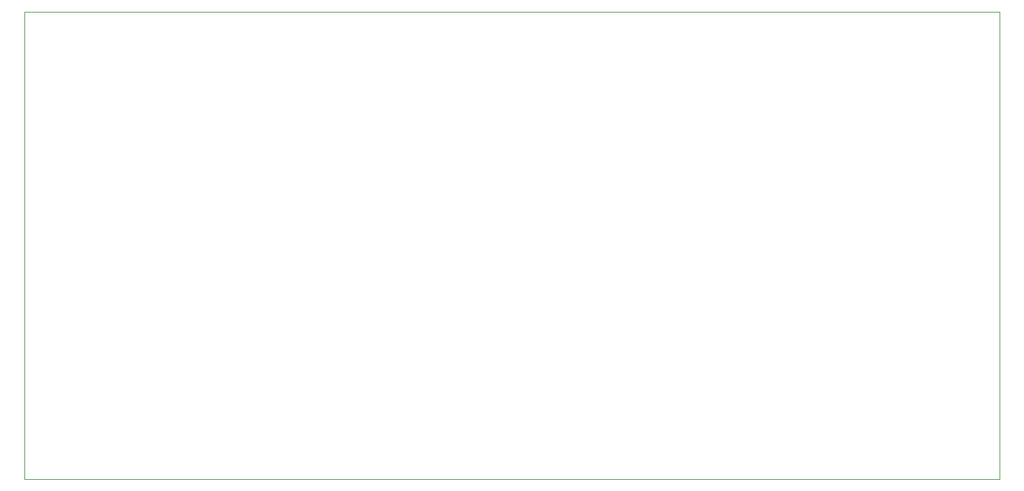
<source format=gbr>
%TF.GenerationSoftware,KiCad,Pcbnew,(5.1.6-0)*%
%TF.CreationDate,2023-07-03T12:35:29-07:00*%
%TF.ProjectId,LM3886x2_inv_bal_servo,4c4d3338-3836-4783-925f-696e765f6261,rev?*%
%TF.SameCoordinates,Original*%
%TF.FileFunction,Profile,NP*%
%FSLAX46Y46*%
G04 Gerber Fmt 4.6, Leading zero omitted, Abs format (unit mm)*
G04 Created by KiCad (PCBNEW (5.1.6-0)) date 2023-07-03 12:35:29*
%MOMM*%
%LPD*%
G01*
G04 APERTURE LIST*
%TA.AperFunction,Profile*%
%ADD10C,0.050000*%
%TD*%
G04 APERTURE END LIST*
D10*
X182500000Y-110000000D02*
X182500000Y-50000000D01*
X57500000Y-110000000D02*
X182500000Y-110000000D01*
X57500000Y-50000000D02*
X57500000Y-110000000D01*
X57500000Y-50000000D02*
X182500000Y-50000000D01*
M02*

</source>
